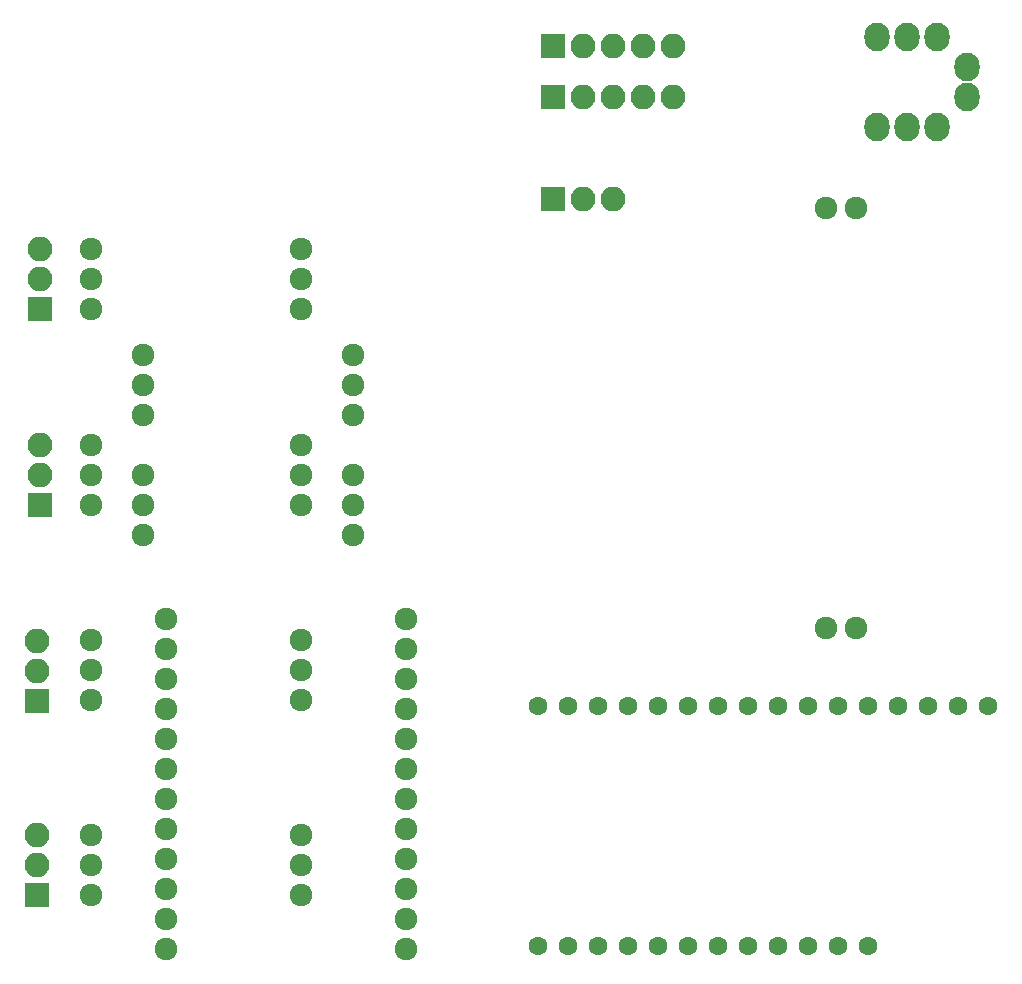
<source format=gbr>
G04 #@! TF.FileFunction,Soldermask,Bot*
%FSLAX46Y46*%
G04 Gerber Fmt 4.6, Leading zero omitted, Abs format (unit mm)*
G04 Created by KiCad (PCBNEW 4.0.5) date 03/23/17 16:30:41*
%MOMM*%
%LPD*%
G01*
G04 APERTURE LIST*
%ADD10C,0.100000*%
%ADD11C,1.924000*%
%ADD12C,1.600000*%
%ADD13R,2.100000X2.100000*%
%ADD14O,2.100000X2.100000*%
%ADD15O,2.127200X2.432000*%
G04 APERTURE END LIST*
D10*
D11*
X189000000Y-105380000D03*
X189000000Y-102840000D03*
X189000000Y-100300000D03*
X189000000Y-110460000D03*
X189000000Y-113000000D03*
X189000000Y-115540000D03*
X171220000Y-100300000D03*
X171220000Y-102840000D03*
X171220000Y-105380000D03*
X171220000Y-110460000D03*
X171220000Y-113000000D03*
X171220000Y-115540000D03*
X184620000Y-113000000D03*
X184620000Y-110460000D03*
X184620000Y-107920000D03*
X166840000Y-113000000D03*
X166840000Y-110460000D03*
X166840000Y-107920000D03*
X184658000Y-129540000D03*
X184658000Y-127000000D03*
X184658000Y-124460000D03*
X166878000Y-129540000D03*
X166878000Y-127000000D03*
X166878000Y-124460000D03*
X184658000Y-146050000D03*
X184658000Y-143510000D03*
X184658000Y-140970000D03*
X166878000Y-146050000D03*
X166878000Y-143510000D03*
X166878000Y-140970000D03*
X184620000Y-96460000D03*
X184620000Y-93920000D03*
X184620000Y-91380000D03*
X166840000Y-96460000D03*
X166840000Y-93920000D03*
X166840000Y-91380000D03*
D12*
X242824000Y-130048000D03*
X240284000Y-130048000D03*
X237744000Y-130048000D03*
X235204000Y-130048000D03*
X232664000Y-150368000D03*
X232664000Y-130048000D03*
X230124000Y-150368000D03*
X230124000Y-130048000D03*
X227584000Y-150368000D03*
X227584000Y-130048000D03*
X225044000Y-150368000D03*
X225044000Y-130048000D03*
X222504000Y-150368000D03*
X222504000Y-130048000D03*
X219964000Y-150368000D03*
X219964000Y-130048000D03*
X217424000Y-150368000D03*
X217424000Y-130048000D03*
X214884000Y-150368000D03*
X214884000Y-130048000D03*
X212344000Y-150368000D03*
X212344000Y-130048000D03*
X209804000Y-150368000D03*
X209804000Y-130048000D03*
X207264000Y-150368000D03*
X207264000Y-130048000D03*
X204724000Y-150368000D03*
X204724000Y-130048000D03*
D11*
X229108000Y-87884000D03*
X231648000Y-87884000D03*
X231648000Y-123444000D03*
X229108000Y-123444000D03*
D13*
X205994000Y-78486000D03*
D14*
X208534000Y-78486000D03*
X211074000Y-78486000D03*
X213614000Y-78486000D03*
X216154000Y-78486000D03*
D13*
X205935915Y-74177492D03*
D14*
X208475915Y-74177492D03*
X211015915Y-74177492D03*
X213555915Y-74177492D03*
X216095915Y-74177492D03*
D13*
X205994000Y-87122000D03*
D14*
X208534000Y-87122000D03*
X211074000Y-87122000D03*
D15*
X238506000Y-81026000D03*
X235966000Y-81026000D03*
X233426000Y-81026000D03*
X241046000Y-78486000D03*
X241046000Y-75946000D03*
X238506000Y-73406000D03*
X235966000Y-73406000D03*
X233426000Y-73406000D03*
D13*
X162500000Y-113000000D03*
D14*
X162500000Y-110460000D03*
X162500000Y-107920000D03*
D13*
X162246000Y-129570000D03*
D14*
X162246000Y-127030000D03*
X162246000Y-124490000D03*
D13*
X162246000Y-146050000D03*
D14*
X162246000Y-143510000D03*
X162246000Y-140970000D03*
D13*
X162500000Y-96460000D03*
D14*
X162500000Y-93920000D03*
X162500000Y-91380000D03*
D11*
X173228000Y-122682000D03*
X173228000Y-125222000D03*
X173228000Y-127762000D03*
X173228000Y-130302000D03*
X173228000Y-132842000D03*
X173228000Y-135382000D03*
X173228000Y-137922000D03*
X173228000Y-140462000D03*
X173228000Y-143002000D03*
X173228000Y-145542000D03*
X173228000Y-148082000D03*
X193548000Y-148082000D03*
X193548000Y-145542000D03*
X193548000Y-143002000D03*
X193548000Y-140462000D03*
X193548000Y-137922000D03*
X193548000Y-135382000D03*
X193548000Y-122682000D03*
X193548000Y-125222000D03*
X193548000Y-127762000D03*
X193548000Y-130302000D03*
X193548000Y-132842000D03*
X173228000Y-150622000D03*
X193548000Y-150622000D03*
M02*

</source>
